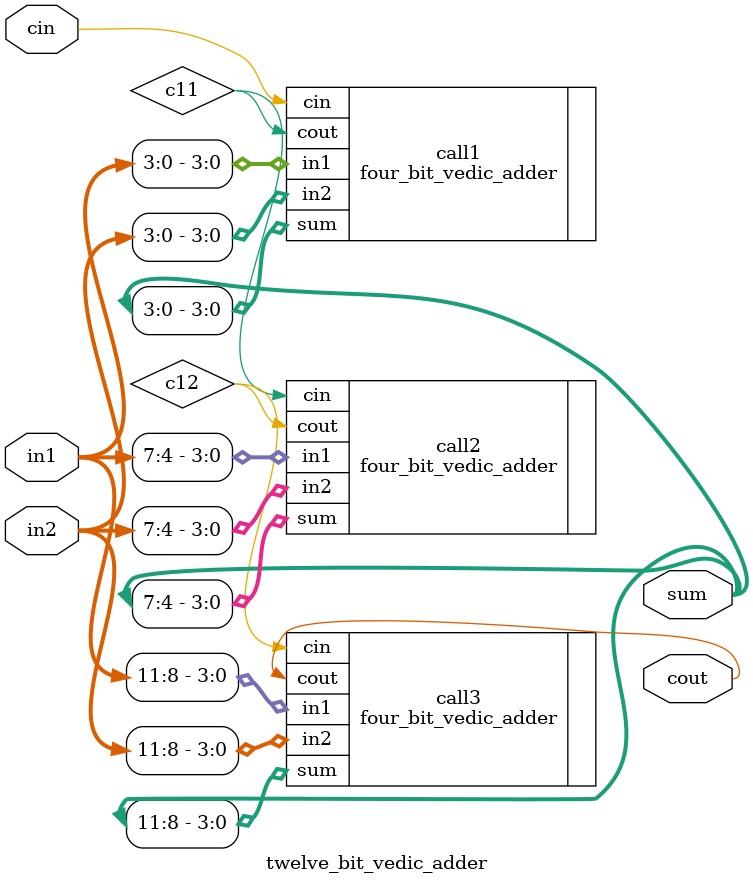
<source format=v>
`timescale 1ns / 1ps
module twelve_bit_vedic_adder(in1, in2, cin ,sum, cout);

input [11:0] in1;
input [11:0] in2 ;
input cin ;
output [11:0] sum ;
output cout ;

wire c11, c12, c13 ;


four_bit_vedic_adder call1(

.in1(in1[3:0]) ,
.in2(in2[3:0]) ,
.cin(cin) ,
.sum(sum[3:0]) ,
.cout(c11)

);

four_bit_vedic_adder call2(

.in1(in1[7:4]) ,
.in2(in2[7:4]) ,
.cin(c11) ,
.sum(sum[7:4]) ,
.cout(c12)

);

four_bit_vedic_adder call3(

.in1(in1[11:8]) ,
.in2(in2[11:8]) ,
.cin(c12) ,
.sum(sum[11:8]) ,
.cout(cout)

);





endmodule

</source>
